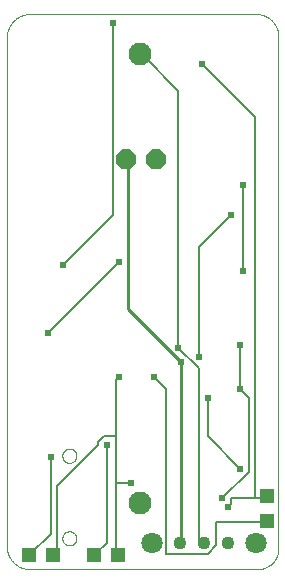
<source format=gtl>
G75*
%MOIN*%
%OFA0B0*%
%FSLAX25Y25*%
%IPPOS*%
%LPD*%
%AMOC8*
5,1,8,0,0,1.08239X$1,22.5*
%
%ADD10C,0.00000*%
%ADD11OC8,0.06600*%
%ADD12C,0.04362*%
%ADD13C,0.07087*%
%ADD14R,0.04724X0.04724*%
%ADD15C,0.07677*%
%ADD16C,0.00800*%
%ADD17C,0.02400*%
%ADD18C,0.01000*%
D10*
X0008573Y0011486D02*
X0084586Y0011486D01*
X0084754Y0011488D01*
X0084923Y0011494D01*
X0085091Y0011504D01*
X0085258Y0011519D01*
X0085426Y0011537D01*
X0085592Y0011559D01*
X0085759Y0011585D01*
X0085924Y0011616D01*
X0086089Y0011650D01*
X0086253Y0011688D01*
X0086416Y0011731D01*
X0086578Y0011777D01*
X0086738Y0011827D01*
X0086898Y0011881D01*
X0087056Y0011939D01*
X0087212Y0012000D01*
X0087368Y0012066D01*
X0087521Y0012135D01*
X0087673Y0012207D01*
X0087823Y0012284D01*
X0087971Y0012364D01*
X0088117Y0012447D01*
X0088261Y0012534D01*
X0088403Y0012625D01*
X0088543Y0012719D01*
X0088680Y0012816D01*
X0088815Y0012917D01*
X0088947Y0013021D01*
X0089077Y0013128D01*
X0089205Y0013238D01*
X0089329Y0013351D01*
X0089451Y0013467D01*
X0089570Y0013586D01*
X0089686Y0013708D01*
X0089799Y0013832D01*
X0089909Y0013960D01*
X0090016Y0014090D01*
X0090120Y0014222D01*
X0090221Y0014357D01*
X0090318Y0014494D01*
X0090412Y0014634D01*
X0090503Y0014776D01*
X0090590Y0014920D01*
X0090673Y0015066D01*
X0090753Y0015214D01*
X0090830Y0015364D01*
X0090902Y0015516D01*
X0090971Y0015669D01*
X0091037Y0015825D01*
X0091098Y0015981D01*
X0091156Y0016139D01*
X0091210Y0016299D01*
X0091260Y0016459D01*
X0091306Y0016621D01*
X0091349Y0016784D01*
X0091387Y0016948D01*
X0091421Y0017113D01*
X0091452Y0017278D01*
X0091478Y0017445D01*
X0091500Y0017611D01*
X0091518Y0017779D01*
X0091533Y0017946D01*
X0091543Y0018114D01*
X0091549Y0018283D01*
X0091551Y0018451D01*
X0091551Y0188963D01*
X0091549Y0189146D01*
X0091542Y0189328D01*
X0091531Y0189511D01*
X0091516Y0189693D01*
X0091496Y0189875D01*
X0091472Y0190056D01*
X0091443Y0190236D01*
X0091410Y0190416D01*
X0091373Y0190595D01*
X0091331Y0190773D01*
X0091285Y0190950D01*
X0091235Y0191126D01*
X0091181Y0191300D01*
X0091122Y0191473D01*
X0091060Y0191645D01*
X0090993Y0191815D01*
X0090922Y0191983D01*
X0090847Y0192150D01*
X0090768Y0192315D01*
X0090685Y0192478D01*
X0090598Y0192638D01*
X0090507Y0192797D01*
X0090413Y0192954D01*
X0090314Y0193108D01*
X0090212Y0193259D01*
X0090107Y0193408D01*
X0089997Y0193555D01*
X0089885Y0193699D01*
X0089769Y0193840D01*
X0089649Y0193978D01*
X0089526Y0194114D01*
X0089400Y0194246D01*
X0089271Y0194375D01*
X0089139Y0194501D01*
X0089003Y0194624D01*
X0088865Y0194744D01*
X0088724Y0194860D01*
X0088580Y0194972D01*
X0088433Y0195082D01*
X0088284Y0195187D01*
X0088133Y0195289D01*
X0087979Y0195388D01*
X0087822Y0195482D01*
X0087663Y0195573D01*
X0087503Y0195660D01*
X0087340Y0195743D01*
X0087175Y0195822D01*
X0087008Y0195897D01*
X0086840Y0195968D01*
X0086670Y0196035D01*
X0086498Y0196097D01*
X0086325Y0196156D01*
X0086151Y0196210D01*
X0085975Y0196260D01*
X0085798Y0196306D01*
X0085620Y0196348D01*
X0085441Y0196385D01*
X0085261Y0196418D01*
X0085081Y0196447D01*
X0084900Y0196471D01*
X0084718Y0196491D01*
X0084536Y0196506D01*
X0084353Y0196517D01*
X0084171Y0196524D01*
X0083988Y0196526D01*
X0008795Y0196526D01*
X0008607Y0196524D01*
X0008418Y0196517D01*
X0008230Y0196506D01*
X0008043Y0196490D01*
X0007855Y0196469D01*
X0007669Y0196444D01*
X0007483Y0196415D01*
X0007297Y0196381D01*
X0007113Y0196342D01*
X0006930Y0196299D01*
X0006747Y0196252D01*
X0006566Y0196201D01*
X0006386Y0196144D01*
X0006208Y0196084D01*
X0006031Y0196019D01*
X0005856Y0195951D01*
X0005682Y0195877D01*
X0005510Y0195800D01*
X0005340Y0195719D01*
X0005172Y0195633D01*
X0005007Y0195544D01*
X0004843Y0195450D01*
X0004682Y0195353D01*
X0004523Y0195251D01*
X0004367Y0195146D01*
X0004213Y0195037D01*
X0004062Y0194925D01*
X0003914Y0194809D01*
X0003768Y0194689D01*
X0003626Y0194566D01*
X0003486Y0194439D01*
X0003350Y0194309D01*
X0003217Y0194176D01*
X0003087Y0194040D01*
X0002960Y0193900D01*
X0002837Y0193758D01*
X0002717Y0193612D01*
X0002601Y0193464D01*
X0002489Y0193313D01*
X0002380Y0193159D01*
X0002275Y0193003D01*
X0002173Y0192844D01*
X0002076Y0192683D01*
X0001982Y0192519D01*
X0001893Y0192354D01*
X0001807Y0192186D01*
X0001726Y0192016D01*
X0001649Y0191844D01*
X0001575Y0191670D01*
X0001507Y0191495D01*
X0001442Y0191318D01*
X0001382Y0191140D01*
X0001325Y0190960D01*
X0001274Y0190779D01*
X0001227Y0190596D01*
X0001184Y0190413D01*
X0001145Y0190229D01*
X0001111Y0190043D01*
X0001082Y0189857D01*
X0001057Y0189671D01*
X0001036Y0189483D01*
X0001020Y0189296D01*
X0001009Y0189108D01*
X0001002Y0188919D01*
X0001000Y0188731D01*
X0001000Y0019059D01*
X0001002Y0018876D01*
X0001009Y0018693D01*
X0001020Y0018510D01*
X0001035Y0018328D01*
X0001055Y0018146D01*
X0001079Y0017965D01*
X0001108Y0017784D01*
X0001141Y0017604D01*
X0001178Y0017425D01*
X0001220Y0017247D01*
X0001266Y0017070D01*
X0001316Y0016894D01*
X0001371Y0016719D01*
X0001429Y0016545D01*
X0001492Y0016374D01*
X0001559Y0016203D01*
X0001630Y0016035D01*
X0001705Y0015868D01*
X0001784Y0015703D01*
X0001867Y0015540D01*
X0001954Y0015379D01*
X0002045Y0015220D01*
X0002140Y0015063D01*
X0002238Y0014909D01*
X0002341Y0014757D01*
X0002446Y0014608D01*
X0002556Y0014461D01*
X0002669Y0014317D01*
X0002785Y0014176D01*
X0002905Y0014037D01*
X0003028Y0013902D01*
X0003154Y0013769D01*
X0003283Y0013640D01*
X0003416Y0013514D01*
X0003551Y0013391D01*
X0003690Y0013271D01*
X0003831Y0013155D01*
X0003975Y0013042D01*
X0004122Y0012932D01*
X0004271Y0012827D01*
X0004423Y0012724D01*
X0004577Y0012626D01*
X0004734Y0012531D01*
X0004893Y0012440D01*
X0005054Y0012353D01*
X0005217Y0012270D01*
X0005382Y0012191D01*
X0005549Y0012116D01*
X0005717Y0012045D01*
X0005888Y0011978D01*
X0006059Y0011915D01*
X0006233Y0011857D01*
X0006408Y0011802D01*
X0006584Y0011752D01*
X0006761Y0011706D01*
X0006939Y0011664D01*
X0007118Y0011627D01*
X0007298Y0011594D01*
X0007479Y0011565D01*
X0007660Y0011541D01*
X0007842Y0011521D01*
X0008024Y0011506D01*
X0008207Y0011495D01*
X0008390Y0011488D01*
X0008573Y0011486D01*
X0019504Y0021722D02*
X0019506Y0021819D01*
X0019512Y0021916D01*
X0019522Y0022012D01*
X0019536Y0022108D01*
X0019554Y0022204D01*
X0019575Y0022298D01*
X0019601Y0022392D01*
X0019630Y0022484D01*
X0019664Y0022575D01*
X0019700Y0022665D01*
X0019741Y0022753D01*
X0019785Y0022839D01*
X0019833Y0022924D01*
X0019884Y0023006D01*
X0019938Y0023087D01*
X0019996Y0023165D01*
X0020057Y0023240D01*
X0020120Y0023313D01*
X0020187Y0023384D01*
X0020257Y0023451D01*
X0020329Y0023516D01*
X0020404Y0023577D01*
X0020482Y0023636D01*
X0020561Y0023691D01*
X0020643Y0023743D01*
X0020727Y0023791D01*
X0020813Y0023836D01*
X0020901Y0023878D01*
X0020990Y0023916D01*
X0021081Y0023950D01*
X0021173Y0023980D01*
X0021266Y0024007D01*
X0021361Y0024029D01*
X0021456Y0024048D01*
X0021552Y0024063D01*
X0021648Y0024074D01*
X0021745Y0024081D01*
X0021842Y0024084D01*
X0021939Y0024083D01*
X0022036Y0024078D01*
X0022132Y0024069D01*
X0022228Y0024056D01*
X0022324Y0024039D01*
X0022419Y0024018D01*
X0022512Y0023994D01*
X0022605Y0023965D01*
X0022697Y0023933D01*
X0022787Y0023897D01*
X0022875Y0023858D01*
X0022962Y0023814D01*
X0023047Y0023768D01*
X0023130Y0023717D01*
X0023211Y0023664D01*
X0023289Y0023607D01*
X0023366Y0023547D01*
X0023439Y0023484D01*
X0023510Y0023418D01*
X0023578Y0023349D01*
X0023644Y0023277D01*
X0023706Y0023203D01*
X0023765Y0023126D01*
X0023821Y0023047D01*
X0023874Y0022965D01*
X0023924Y0022882D01*
X0023969Y0022796D01*
X0024012Y0022709D01*
X0024051Y0022620D01*
X0024086Y0022530D01*
X0024117Y0022438D01*
X0024144Y0022345D01*
X0024168Y0022251D01*
X0024188Y0022156D01*
X0024204Y0022060D01*
X0024216Y0021964D01*
X0024224Y0021867D01*
X0024228Y0021770D01*
X0024228Y0021674D01*
X0024224Y0021577D01*
X0024216Y0021480D01*
X0024204Y0021384D01*
X0024188Y0021288D01*
X0024168Y0021193D01*
X0024144Y0021099D01*
X0024117Y0021006D01*
X0024086Y0020914D01*
X0024051Y0020824D01*
X0024012Y0020735D01*
X0023969Y0020648D01*
X0023924Y0020562D01*
X0023874Y0020479D01*
X0023821Y0020397D01*
X0023765Y0020318D01*
X0023706Y0020241D01*
X0023644Y0020167D01*
X0023578Y0020095D01*
X0023510Y0020026D01*
X0023439Y0019960D01*
X0023366Y0019897D01*
X0023289Y0019837D01*
X0023211Y0019780D01*
X0023130Y0019727D01*
X0023047Y0019676D01*
X0022962Y0019630D01*
X0022875Y0019586D01*
X0022787Y0019547D01*
X0022697Y0019511D01*
X0022605Y0019479D01*
X0022512Y0019450D01*
X0022419Y0019426D01*
X0022324Y0019405D01*
X0022228Y0019388D01*
X0022132Y0019375D01*
X0022036Y0019366D01*
X0021939Y0019361D01*
X0021842Y0019360D01*
X0021745Y0019363D01*
X0021648Y0019370D01*
X0021552Y0019381D01*
X0021456Y0019396D01*
X0021361Y0019415D01*
X0021266Y0019437D01*
X0021173Y0019464D01*
X0021081Y0019494D01*
X0020990Y0019528D01*
X0020901Y0019566D01*
X0020813Y0019608D01*
X0020727Y0019653D01*
X0020643Y0019701D01*
X0020561Y0019753D01*
X0020482Y0019808D01*
X0020404Y0019867D01*
X0020329Y0019928D01*
X0020257Y0019993D01*
X0020187Y0020060D01*
X0020120Y0020131D01*
X0020057Y0020204D01*
X0019996Y0020279D01*
X0019938Y0020357D01*
X0019884Y0020438D01*
X0019833Y0020520D01*
X0019785Y0020605D01*
X0019741Y0020691D01*
X0019700Y0020779D01*
X0019664Y0020869D01*
X0019630Y0020960D01*
X0019601Y0021052D01*
X0019575Y0021146D01*
X0019554Y0021240D01*
X0019536Y0021336D01*
X0019522Y0021432D01*
X0019512Y0021528D01*
X0019506Y0021625D01*
X0019504Y0021722D01*
X0019504Y0049281D02*
X0019506Y0049378D01*
X0019512Y0049475D01*
X0019522Y0049571D01*
X0019536Y0049667D01*
X0019554Y0049763D01*
X0019575Y0049857D01*
X0019601Y0049951D01*
X0019630Y0050043D01*
X0019664Y0050134D01*
X0019700Y0050224D01*
X0019741Y0050312D01*
X0019785Y0050398D01*
X0019833Y0050483D01*
X0019884Y0050565D01*
X0019938Y0050646D01*
X0019996Y0050724D01*
X0020057Y0050799D01*
X0020120Y0050872D01*
X0020187Y0050943D01*
X0020257Y0051010D01*
X0020329Y0051075D01*
X0020404Y0051136D01*
X0020482Y0051195D01*
X0020561Y0051250D01*
X0020643Y0051302D01*
X0020727Y0051350D01*
X0020813Y0051395D01*
X0020901Y0051437D01*
X0020990Y0051475D01*
X0021081Y0051509D01*
X0021173Y0051539D01*
X0021266Y0051566D01*
X0021361Y0051588D01*
X0021456Y0051607D01*
X0021552Y0051622D01*
X0021648Y0051633D01*
X0021745Y0051640D01*
X0021842Y0051643D01*
X0021939Y0051642D01*
X0022036Y0051637D01*
X0022132Y0051628D01*
X0022228Y0051615D01*
X0022324Y0051598D01*
X0022419Y0051577D01*
X0022512Y0051553D01*
X0022605Y0051524D01*
X0022697Y0051492D01*
X0022787Y0051456D01*
X0022875Y0051417D01*
X0022962Y0051373D01*
X0023047Y0051327D01*
X0023130Y0051276D01*
X0023211Y0051223D01*
X0023289Y0051166D01*
X0023366Y0051106D01*
X0023439Y0051043D01*
X0023510Y0050977D01*
X0023578Y0050908D01*
X0023644Y0050836D01*
X0023706Y0050762D01*
X0023765Y0050685D01*
X0023821Y0050606D01*
X0023874Y0050524D01*
X0023924Y0050441D01*
X0023969Y0050355D01*
X0024012Y0050268D01*
X0024051Y0050179D01*
X0024086Y0050089D01*
X0024117Y0049997D01*
X0024144Y0049904D01*
X0024168Y0049810D01*
X0024188Y0049715D01*
X0024204Y0049619D01*
X0024216Y0049523D01*
X0024224Y0049426D01*
X0024228Y0049329D01*
X0024228Y0049233D01*
X0024224Y0049136D01*
X0024216Y0049039D01*
X0024204Y0048943D01*
X0024188Y0048847D01*
X0024168Y0048752D01*
X0024144Y0048658D01*
X0024117Y0048565D01*
X0024086Y0048473D01*
X0024051Y0048383D01*
X0024012Y0048294D01*
X0023969Y0048207D01*
X0023924Y0048121D01*
X0023874Y0048038D01*
X0023821Y0047956D01*
X0023765Y0047877D01*
X0023706Y0047800D01*
X0023644Y0047726D01*
X0023578Y0047654D01*
X0023510Y0047585D01*
X0023439Y0047519D01*
X0023366Y0047456D01*
X0023289Y0047396D01*
X0023211Y0047339D01*
X0023130Y0047286D01*
X0023047Y0047235D01*
X0022962Y0047189D01*
X0022875Y0047145D01*
X0022787Y0047106D01*
X0022697Y0047070D01*
X0022605Y0047038D01*
X0022512Y0047009D01*
X0022419Y0046985D01*
X0022324Y0046964D01*
X0022228Y0046947D01*
X0022132Y0046934D01*
X0022036Y0046925D01*
X0021939Y0046920D01*
X0021842Y0046919D01*
X0021745Y0046922D01*
X0021648Y0046929D01*
X0021552Y0046940D01*
X0021456Y0046955D01*
X0021361Y0046974D01*
X0021266Y0046996D01*
X0021173Y0047023D01*
X0021081Y0047053D01*
X0020990Y0047087D01*
X0020901Y0047125D01*
X0020813Y0047167D01*
X0020727Y0047212D01*
X0020643Y0047260D01*
X0020561Y0047312D01*
X0020482Y0047367D01*
X0020404Y0047426D01*
X0020329Y0047487D01*
X0020257Y0047552D01*
X0020187Y0047619D01*
X0020120Y0047690D01*
X0020057Y0047763D01*
X0019996Y0047838D01*
X0019938Y0047916D01*
X0019884Y0047997D01*
X0019833Y0048079D01*
X0019785Y0048164D01*
X0019741Y0048250D01*
X0019700Y0048338D01*
X0019664Y0048428D01*
X0019630Y0048519D01*
X0019601Y0048611D01*
X0019575Y0048705D01*
X0019554Y0048799D01*
X0019536Y0048895D01*
X0019522Y0048991D01*
X0019512Y0049087D01*
X0019506Y0049184D01*
X0019504Y0049281D01*
D11*
X0040882Y0148100D03*
X0050882Y0148100D03*
D12*
X0058874Y0020148D03*
X0066748Y0020148D03*
X0074622Y0020148D03*
D13*
X0084071Y0020148D03*
X0049425Y0020148D03*
D14*
X0008283Y0016211D03*
X0016551Y0016211D03*
X0029937Y0016211D03*
X0038205Y0016211D03*
X0087614Y0027431D03*
X0087614Y0035699D03*
D15*
X0045488Y0033533D03*
X0045488Y0183140D03*
D16*
X0046276Y0182746D01*
X0058087Y0170935D01*
X0058087Y0085305D01*
X0064976Y0078415D01*
X0064976Y0021329D01*
X0065961Y0020344D01*
X0066748Y0020148D01*
X0067929Y0016407D02*
X0054150Y0016407D01*
X0054150Y0071526D01*
X0050213Y0075463D01*
X0038402Y0075463D02*
X0037417Y0074478D01*
X0037417Y0055778D01*
X0037417Y0040030D01*
X0042339Y0040030D01*
X0037417Y0040030D02*
X0037417Y0016407D01*
X0038205Y0016211D01*
X0034465Y0020344D02*
X0034465Y0052825D01*
X0033480Y0055778D02*
X0037417Y0055778D01*
X0033480Y0055778D02*
X0031512Y0053809D01*
X0031512Y0052825D01*
X0017732Y0039045D01*
X0017732Y0017392D01*
X0016551Y0016211D01*
X0015764Y0023297D02*
X0015764Y0048888D01*
X0015764Y0023297D02*
X0008874Y0016407D01*
X0008283Y0016211D01*
X0029937Y0016211D02*
X0030528Y0016407D01*
X0034465Y0020344D01*
X0064976Y0082352D02*
X0064976Y0118770D01*
X0075803Y0129596D01*
X0079740Y0139439D02*
X0079740Y0110896D01*
X0078756Y0086289D02*
X0078756Y0071526D01*
X0081709Y0068573D01*
X0081709Y0043967D01*
X0072850Y0035108D01*
X0074819Y0032156D02*
X0075803Y0033140D01*
X0075803Y0035108D01*
X0083677Y0035108D01*
X0083677Y0162077D01*
X0065961Y0179793D01*
X0036433Y0193573D02*
X0036433Y0129596D01*
X0019701Y0112864D01*
X0038402Y0113848D02*
X0014780Y0090226D01*
X0067929Y0068573D02*
X0067929Y0055778D01*
X0078756Y0044951D01*
X0083677Y0035108D02*
X0087614Y0035108D01*
X0087614Y0035699D01*
X0087614Y0027431D02*
X0087614Y0027234D01*
X0070882Y0027234D01*
X0070882Y0019360D01*
X0067929Y0016407D01*
D17*
X0074819Y0032156D03*
X0072850Y0035108D03*
X0078756Y0044951D03*
X0067929Y0068573D03*
X0064976Y0082352D03*
X0059071Y0080384D03*
X0058087Y0085305D03*
X0050213Y0075463D03*
X0038402Y0075463D03*
X0034465Y0052825D03*
X0042339Y0040030D03*
X0015764Y0048888D03*
X0014780Y0090226D03*
X0019701Y0112864D03*
X0038402Y0113848D03*
X0065961Y0179793D03*
X0079740Y0139439D03*
X0075803Y0129596D03*
X0079740Y0110896D03*
X0078756Y0086289D03*
X0078756Y0071526D03*
X0036433Y0193573D03*
D18*
X0040882Y0148100D02*
X0041354Y0147313D01*
X0041354Y0098100D01*
X0059071Y0080384D01*
X0059071Y0020344D01*
X0058874Y0020148D01*
M02*

</source>
